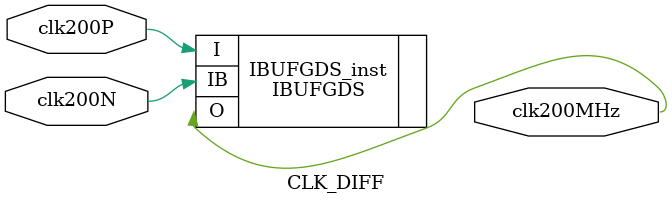
<source format=v>
module CLK_DIFF(
	input clk200P,clk200N,
	output clk200MHz
	);

	IBUFGDS #(
		.DIFF_TERM("FALSE"), // Differential Termination
		.IBUF_LOW_PWR("TRUE"), // Low power="TRUE", Highest performance="FALSE"
		.IOSTANDARD("DEFAULT") // Specifies the I/O standard for this buffer
	) IBUFGDS_inst (
		.O(clk200MHz),  // Clock buffer output
		.I(clk200P),  // Diff_p clock buffer input
		.IB(clk200N) // Diff_n clock buffer input
	);
endmodule
</source>
